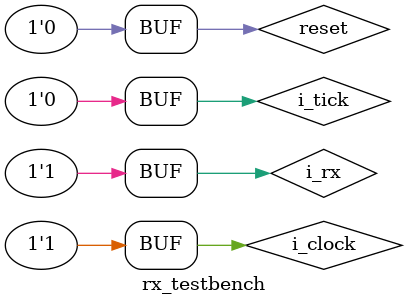
<source format=v>
`timescale 1ns / 1ps


module rx_testbench(

    );
    
reg i_clock, reset,i_rx, i_tick;
wire [7:0] o_buff_data;  //Buffer de datos recibidos
wire o_flag_rx_done;      //flag de recepcion terminada
localparam SIZE_TRAMA_BIT= 8 ;   //Size Data bits (TRAMA)

UART_rx #(SIZE_TRAMA_BIT)myRx (i_clock, reset,i_rx, i_tick,o_buff_data,o_flag_rx_done);


    
    initial
    begin
    i_clock=1'b0;
    #100
    i_clock=1'b1;
    i_rx=1'b1;
    i_tick = 0;
    
    reset = 1;
    #20 
    
    i_clock=1'b0;
    #20 
    i_clock=1'b1;
    
    
    
    #20
    reset = 0;
     i_clock=1'b0;
    #20 
    i_clock=1'b1;
    //todo incializad 
    
    
    #20
    //eSTADO DILE
    //start
    i_rx=1'b0;
    
     i_clock=1'b0;
    #20 
    i_clock=1'b1;
    
    #20
    //ESTADO START
    //mandamos tik
    
    i_tick = 1'b1;
    #20
    i_clock=1'b0;
    #20 
    i_clock=1'b1;
    #20
    i_tick = 0;
    //ESTADO DATA
    #20
    i_rx=1'b1;
    
    i_clock=1'b0;
    #20 
    i_clock=1'b1;
    #20
      i_tick = 1'b1;
    #20
    i_clock=1'b0;
    #20 
    i_clock=1'b1;
    #20
    i_tick = 0;
   
   //ESTADO STOP   
    i_clock=1'b0;
    #20
    i_clock=1'b1;
    #20
    i_rx=1'b1;
    #20 
      i_tick = 1;
    #20
    i_clock=1'b0;
    #20 
    i_clock=1'b1;
    #20
    i_tick = 0;
     i_clock=1'b0;
    #200 
    i_clock=1'b1;
    end
endmodule

</source>
